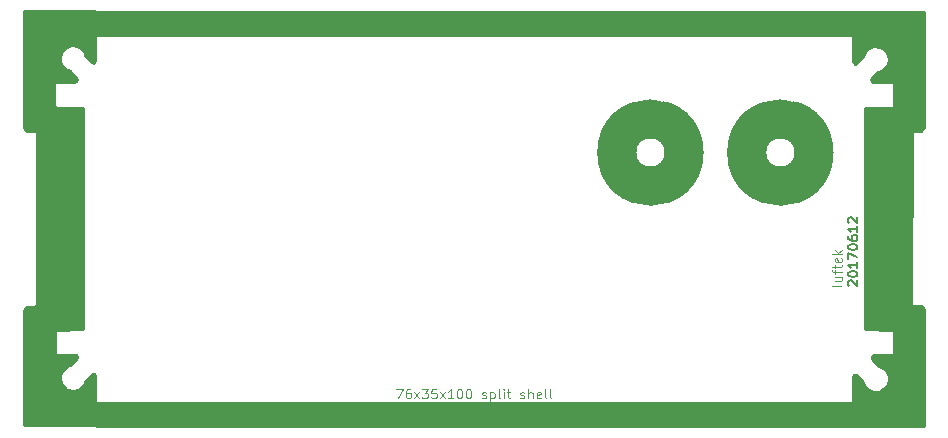
<source format=gts>
G04 #@! TF.GenerationSoftware,KiCad,Pcbnew,(2017-06-07 revision 51bed4bae)-makepkg*
G04 #@! TF.CreationDate,2017-06-10T23:55:19+02:00*
G04 #@! TF.ProjectId,Rear_Panel_76x35,526561725F50616E656C5F3736783335,rev?*
G04 #@! TF.FileFunction,Soldermask,Top*
G04 #@! TF.FilePolarity,Negative*
%FSLAX46Y46*%
G04 Gerber Fmt 4.6, Leading zero omitted, Abs format (unit mm)*
G04 Created by KiCad (PCBNEW (2017-06-07 revision 51bed4bae)-makepkg) date 06/10/17 23:55:19*
%MOMM*%
%LPD*%
G01*
G04 APERTURE LIST*
%ADD10C,0.150000*%
%ADD11C,0.100000*%
%ADD12C,0.700000*%
%ADD13C,1.350000*%
%ADD14C,3.000000*%
%ADD15C,0.254000*%
G04 APERTURE END LIST*
D10*
D11*
X69031904Y-23100476D02*
X68993809Y-23176666D01*
X68917619Y-23214761D01*
X68231904Y-23214761D01*
X68498571Y-22452857D02*
X69031904Y-22452857D01*
X68498571Y-22795714D02*
X68917619Y-22795714D01*
X68993809Y-22757619D01*
X69031904Y-22681428D01*
X69031904Y-22567142D01*
X68993809Y-22490952D01*
X68955714Y-22452857D01*
X68498571Y-22186190D02*
X68498571Y-21881428D01*
X69031904Y-22071904D02*
X68346190Y-22071904D01*
X68270000Y-22033809D01*
X68231904Y-21957619D01*
X68231904Y-21881428D01*
X68498571Y-21729047D02*
X68498571Y-21424285D01*
X68231904Y-21614761D02*
X68917619Y-21614761D01*
X68993809Y-21576666D01*
X69031904Y-21500476D01*
X69031904Y-21424285D01*
X68993809Y-20852857D02*
X69031904Y-20929047D01*
X69031904Y-21081428D01*
X68993809Y-21157619D01*
X68917619Y-21195714D01*
X68612857Y-21195714D01*
X68536666Y-21157619D01*
X68498571Y-21081428D01*
X68498571Y-20929047D01*
X68536666Y-20852857D01*
X68612857Y-20814761D01*
X68689047Y-20814761D01*
X68765238Y-21195714D01*
X69031904Y-20471904D02*
X68231904Y-20471904D01*
X68727142Y-20395714D02*
X69031904Y-20167142D01*
X68498571Y-20167142D02*
X68803333Y-20471904D01*
D10*
X69653394Y-23183490D02*
X69615299Y-23145394D01*
X69577203Y-23069204D01*
X69577203Y-22878728D01*
X69615299Y-22802537D01*
X69653394Y-22764442D01*
X69729584Y-22726347D01*
X69805775Y-22726347D01*
X69920060Y-22764442D01*
X70377203Y-23221585D01*
X70377203Y-22726347D01*
X69577203Y-22231109D02*
X69577203Y-22154918D01*
X69615299Y-22078728D01*
X69653394Y-22040632D01*
X69729584Y-22002537D01*
X69881965Y-21964442D01*
X70072441Y-21964442D01*
X70224822Y-22002537D01*
X70301013Y-22040632D01*
X70339108Y-22078728D01*
X70377203Y-22154918D01*
X70377203Y-22231109D01*
X70339108Y-22307299D01*
X70301013Y-22345394D01*
X70224822Y-22383490D01*
X70072441Y-22421585D01*
X69881965Y-22421585D01*
X69729584Y-22383490D01*
X69653394Y-22345394D01*
X69615299Y-22307299D01*
X69577203Y-22231109D01*
X70377203Y-21202537D02*
X70377203Y-21659680D01*
X70377203Y-21431109D02*
X69577203Y-21431109D01*
X69691489Y-21507299D01*
X69767679Y-21583490D01*
X69805775Y-21659680D01*
X69577203Y-20935871D02*
X69577203Y-20402537D01*
X70377203Y-20745394D01*
X69577203Y-19945394D02*
X69577203Y-19869204D01*
X69615299Y-19793013D01*
X69653394Y-19754918D01*
X69729584Y-19716823D01*
X69881965Y-19678728D01*
X70072441Y-19678728D01*
X70224822Y-19716823D01*
X70301013Y-19754918D01*
X70339108Y-19793013D01*
X70377203Y-19869204D01*
X70377203Y-19945394D01*
X70339108Y-20021585D01*
X70301013Y-20059680D01*
X70224822Y-20097775D01*
X70072441Y-20135871D01*
X69881965Y-20135871D01*
X69729584Y-20097775D01*
X69653394Y-20059680D01*
X69615299Y-20021585D01*
X69577203Y-19945394D01*
X69577203Y-18993013D02*
X69577203Y-19145394D01*
X69615299Y-19221585D01*
X69653394Y-19259680D01*
X69767679Y-19335871D01*
X69920060Y-19373966D01*
X70224822Y-19373966D01*
X70301013Y-19335871D01*
X70339108Y-19297775D01*
X70377203Y-19221585D01*
X70377203Y-19069204D01*
X70339108Y-18993013D01*
X70301013Y-18954918D01*
X70224822Y-18916823D01*
X70034346Y-18916823D01*
X69958156Y-18954918D01*
X69920060Y-18993013D01*
X69881965Y-19069204D01*
X69881965Y-19221585D01*
X69920060Y-19297775D01*
X69958156Y-19335871D01*
X70034346Y-19373966D01*
X70377203Y-18154918D02*
X70377203Y-18612061D01*
X70377203Y-18383490D02*
X69577203Y-18383490D01*
X69691489Y-18459680D01*
X69767679Y-18535871D01*
X69805775Y-18612061D01*
X69653394Y-17850156D02*
X69615299Y-17812061D01*
X69577203Y-17735871D01*
X69577203Y-17545394D01*
X69615299Y-17469204D01*
X69653394Y-17431109D01*
X69729584Y-17393013D01*
X69805775Y-17393013D01*
X69920060Y-17431109D01*
X70377203Y-17888251D01*
X70377203Y-17393013D01*
D11*
X31328571Y-31931904D02*
X31861904Y-31931904D01*
X31519047Y-32731904D01*
X32509523Y-31931904D02*
X32357142Y-31931904D01*
X32280952Y-31970000D01*
X32242857Y-32008095D01*
X32166666Y-32122380D01*
X32128571Y-32274761D01*
X32128571Y-32579523D01*
X32166666Y-32655714D01*
X32204761Y-32693809D01*
X32280952Y-32731904D01*
X32433333Y-32731904D01*
X32509523Y-32693809D01*
X32547619Y-32655714D01*
X32585714Y-32579523D01*
X32585714Y-32389047D01*
X32547619Y-32312857D01*
X32509523Y-32274761D01*
X32433333Y-32236666D01*
X32280952Y-32236666D01*
X32204761Y-32274761D01*
X32166666Y-32312857D01*
X32128571Y-32389047D01*
X32852380Y-32731904D02*
X33271428Y-32198571D01*
X32852380Y-32198571D02*
X33271428Y-32731904D01*
X33500000Y-31931904D02*
X33995238Y-31931904D01*
X33728571Y-32236666D01*
X33842857Y-32236666D01*
X33919047Y-32274761D01*
X33957142Y-32312857D01*
X33995238Y-32389047D01*
X33995238Y-32579523D01*
X33957142Y-32655714D01*
X33919047Y-32693809D01*
X33842857Y-32731904D01*
X33614285Y-32731904D01*
X33538095Y-32693809D01*
X33500000Y-32655714D01*
X34719047Y-31931904D02*
X34338095Y-31931904D01*
X34300000Y-32312857D01*
X34338095Y-32274761D01*
X34414285Y-32236666D01*
X34604761Y-32236666D01*
X34680952Y-32274761D01*
X34719047Y-32312857D01*
X34757142Y-32389047D01*
X34757142Y-32579523D01*
X34719047Y-32655714D01*
X34680952Y-32693809D01*
X34604761Y-32731904D01*
X34414285Y-32731904D01*
X34338095Y-32693809D01*
X34300000Y-32655714D01*
X35023809Y-32731904D02*
X35442857Y-32198571D01*
X35023809Y-32198571D02*
X35442857Y-32731904D01*
X36166666Y-32731904D02*
X35709523Y-32731904D01*
X35938095Y-32731904D02*
X35938095Y-31931904D01*
X35861904Y-32046190D01*
X35785714Y-32122380D01*
X35709523Y-32160476D01*
X36661904Y-31931904D02*
X36738095Y-31931904D01*
X36814285Y-31970000D01*
X36852380Y-32008095D01*
X36890476Y-32084285D01*
X36928571Y-32236666D01*
X36928571Y-32427142D01*
X36890476Y-32579523D01*
X36852380Y-32655714D01*
X36814285Y-32693809D01*
X36738095Y-32731904D01*
X36661904Y-32731904D01*
X36585714Y-32693809D01*
X36547619Y-32655714D01*
X36509523Y-32579523D01*
X36471428Y-32427142D01*
X36471428Y-32236666D01*
X36509523Y-32084285D01*
X36547619Y-32008095D01*
X36585714Y-31970000D01*
X36661904Y-31931904D01*
X37423809Y-31931904D02*
X37500000Y-31931904D01*
X37576190Y-31970000D01*
X37614285Y-32008095D01*
X37652380Y-32084285D01*
X37690476Y-32236666D01*
X37690476Y-32427142D01*
X37652380Y-32579523D01*
X37614285Y-32655714D01*
X37576190Y-32693809D01*
X37500000Y-32731904D01*
X37423809Y-32731904D01*
X37347619Y-32693809D01*
X37309523Y-32655714D01*
X37271428Y-32579523D01*
X37233333Y-32427142D01*
X37233333Y-32236666D01*
X37271428Y-32084285D01*
X37309523Y-32008095D01*
X37347619Y-31970000D01*
X37423809Y-31931904D01*
X38604761Y-32693809D02*
X38680952Y-32731904D01*
X38833333Y-32731904D01*
X38909523Y-32693809D01*
X38947619Y-32617619D01*
X38947619Y-32579523D01*
X38909523Y-32503333D01*
X38833333Y-32465238D01*
X38719047Y-32465238D01*
X38642857Y-32427142D01*
X38604761Y-32350952D01*
X38604761Y-32312857D01*
X38642857Y-32236666D01*
X38719047Y-32198571D01*
X38833333Y-32198571D01*
X38909523Y-32236666D01*
X39290476Y-32198571D02*
X39290476Y-32998571D01*
X39290476Y-32236666D02*
X39366666Y-32198571D01*
X39519047Y-32198571D01*
X39595238Y-32236666D01*
X39633333Y-32274761D01*
X39671428Y-32350952D01*
X39671428Y-32579523D01*
X39633333Y-32655714D01*
X39595238Y-32693809D01*
X39519047Y-32731904D01*
X39366666Y-32731904D01*
X39290476Y-32693809D01*
X40128571Y-32731904D02*
X40052380Y-32693809D01*
X40014285Y-32617619D01*
X40014285Y-31931904D01*
X40433333Y-32731904D02*
X40433333Y-32198571D01*
X40433333Y-31931904D02*
X40395238Y-31970000D01*
X40433333Y-32008095D01*
X40471428Y-31970000D01*
X40433333Y-31931904D01*
X40433333Y-32008095D01*
X40700000Y-32198571D02*
X41004761Y-32198571D01*
X40814285Y-31931904D02*
X40814285Y-32617619D01*
X40852380Y-32693809D01*
X40928571Y-32731904D01*
X41004761Y-32731904D01*
X41842857Y-32693809D02*
X41919047Y-32731904D01*
X42071428Y-32731904D01*
X42147619Y-32693809D01*
X42185714Y-32617619D01*
X42185714Y-32579523D01*
X42147619Y-32503333D01*
X42071428Y-32465238D01*
X41957142Y-32465238D01*
X41880952Y-32427142D01*
X41842857Y-32350952D01*
X41842857Y-32312857D01*
X41880952Y-32236666D01*
X41957142Y-32198571D01*
X42071428Y-32198571D01*
X42147619Y-32236666D01*
X42528571Y-32731904D02*
X42528571Y-31931904D01*
X42871428Y-32731904D02*
X42871428Y-32312857D01*
X42833333Y-32236666D01*
X42757142Y-32198571D01*
X42642857Y-32198571D01*
X42566666Y-32236666D01*
X42528571Y-32274761D01*
X43557142Y-32693809D02*
X43480952Y-32731904D01*
X43328571Y-32731904D01*
X43252380Y-32693809D01*
X43214285Y-32617619D01*
X43214285Y-32312857D01*
X43252380Y-32236666D01*
X43328571Y-32198571D01*
X43480952Y-32198571D01*
X43557142Y-32236666D01*
X43595238Y-32312857D01*
X43595238Y-32389047D01*
X43214285Y-32465238D01*
X44052380Y-32731904D02*
X43976190Y-32693809D01*
X43938095Y-32617619D01*
X43938095Y-31931904D01*
X44471428Y-32731904D02*
X44395238Y-32693809D01*
X44357142Y-32617619D01*
X44357142Y-31931904D01*
D12*
X55770000Y-9940000D02*
X55770000Y-13910000D01*
D13*
X56680000Y-11920000D02*
G75*
G03X56680000Y-11920000I-3830000J0D01*
G01*
D14*
X55510000Y-11920000D02*
G75*
G03X55510000Y-11920000I-2660000J0D01*
G01*
X66510000Y-11920000D02*
G75*
G03X66510000Y-11920000I-2660000J0D01*
G01*
D13*
X67680000Y-11920000D02*
G75*
G03X67680000Y-11920000I-3830000J0D01*
G01*
D12*
X66770000Y-9940000D02*
X66770000Y-13910000D01*
D15*
G36*
X70810034Y-40261D02*
X70554275Y-1936405D01*
X4774027Y-1956332D01*
X4800593Y9534D01*
X70810034Y-40261D01*
X70810034Y-40261D01*
G37*
X70810034Y-40261D02*
X70554275Y-1936405D01*
X4774027Y-1956332D01*
X4800593Y9534D01*
X70810034Y-40261D01*
G36*
X70107723Y-35066331D02*
X5911716Y-35046410D01*
X5902886Y-33130331D01*
X70098872Y-33110410D01*
X70107723Y-35066331D01*
X70107723Y-35066331D01*
G37*
X70107723Y-35066331D02*
X5911716Y-35046410D01*
X5902886Y-33130331D01*
X70098872Y-33110410D01*
X70107723Y-35066331D01*
G36*
X76028342Y-9760981D02*
X75791799Y-10076371D01*
X75095299Y-10076371D01*
X75046698Y-10086038D01*
X75005496Y-10113568D01*
X74977966Y-10154770D01*
X74968299Y-10203110D01*
X74938299Y-24803110D01*
X74947867Y-24851731D01*
X74975312Y-24892989D01*
X75016457Y-24920604D01*
X75065299Y-24930371D01*
X75802693Y-24930371D01*
X76028299Y-25155977D01*
X76028299Y-35076371D01*
X70021723Y-35076371D01*
X70012299Y-33003014D01*
X70012299Y-30845704D01*
X70087649Y-30745237D01*
X70142853Y-30719759D01*
X70248739Y-30755054D01*
X70841852Y-31311098D01*
X70922527Y-31615869D01*
X70958345Y-31675935D01*
X71288345Y-31985935D01*
X71327095Y-32010867D01*
X71717095Y-32170867D01*
X71765299Y-32180371D01*
X72145299Y-32180371D01*
X72208667Y-32163432D01*
X72538667Y-31973432D01*
X72559446Y-31958494D01*
X72819446Y-31728494D01*
X72852614Y-31682014D01*
X73022614Y-31272014D01*
X73032244Y-31219637D01*
X73022244Y-30879637D01*
X73013461Y-30836822D01*
X72883461Y-30506822D01*
X72858364Y-30466954D01*
X72598364Y-30186954D01*
X72556046Y-30156951D01*
X72187598Y-29996345D01*
X71619838Y-29437893D01*
X71579901Y-29278146D01*
X71630552Y-29176845D01*
X71777293Y-29099981D01*
X73346886Y-29080361D01*
X73395363Y-29070087D01*
X73436217Y-29042044D01*
X73463230Y-29000501D01*
X73472299Y-28953371D01*
X73472299Y-27053371D01*
X73462632Y-27004770D01*
X73435102Y-26963568D01*
X73393900Y-26936038D01*
X73346848Y-26926380D01*
X71012365Y-26897911D01*
X71022233Y-8168291D01*
X73317398Y-8130354D01*
X73365832Y-8119884D01*
X73406573Y-8091677D01*
X73433419Y-8050026D01*
X73442297Y-8004032D01*
X73452297Y-6084032D01*
X73442883Y-6035382D01*
X73415568Y-5994037D01*
X73374510Y-5966293D01*
X73326046Y-5956373D01*
X71675486Y-5946664D01*
X71585938Y-5863512D01*
X71540377Y-5783780D01*
X71560776Y-5697085D01*
X72126157Y-5122436D01*
X72419892Y-5012285D01*
X72462708Y-4985505D01*
X72852708Y-4615505D01*
X72886042Y-4562744D01*
X73036042Y-4102744D01*
X73038087Y-4030936D01*
X72898087Y-3500936D01*
X72866291Y-3444774D01*
X72496291Y-3064774D01*
X72455460Y-3036697D01*
X72427245Y-3028281D01*
X71857245Y-2928281D01*
X71804497Y-2930163D01*
X71444497Y-3020163D01*
X71393996Y-3045807D01*
X71033996Y-3345807D01*
X70998336Y-3393887D01*
X70789864Y-3886639D01*
X70238360Y-4363363D01*
X70189062Y-4383082D01*
X70111387Y-4372725D01*
X70054539Y-4321046D01*
X70002197Y-4171495D01*
X69992312Y-2095670D01*
X70077116Y-32111D01*
X71363498Y-50358D01*
X71366093Y-50369D01*
X76038170Y-21169D01*
X76028342Y-9760981D01*
X76028342Y-9760981D01*
G37*
X76028342Y-9760981D02*
X75791799Y-10076371D01*
X75095299Y-10076371D01*
X75046698Y-10086038D01*
X75005496Y-10113568D01*
X74977966Y-10154770D01*
X74968299Y-10203110D01*
X74938299Y-24803110D01*
X74947867Y-24851731D01*
X74975312Y-24892989D01*
X75016457Y-24920604D01*
X75065299Y-24930371D01*
X75802693Y-24930371D01*
X76028299Y-25155977D01*
X76028299Y-35076371D01*
X70021723Y-35076371D01*
X70012299Y-33003014D01*
X70012299Y-30845704D01*
X70087649Y-30745237D01*
X70142853Y-30719759D01*
X70248739Y-30755054D01*
X70841852Y-31311098D01*
X70922527Y-31615869D01*
X70958345Y-31675935D01*
X71288345Y-31985935D01*
X71327095Y-32010867D01*
X71717095Y-32170867D01*
X71765299Y-32180371D01*
X72145299Y-32180371D01*
X72208667Y-32163432D01*
X72538667Y-31973432D01*
X72559446Y-31958494D01*
X72819446Y-31728494D01*
X72852614Y-31682014D01*
X73022614Y-31272014D01*
X73032244Y-31219637D01*
X73022244Y-30879637D01*
X73013461Y-30836822D01*
X72883461Y-30506822D01*
X72858364Y-30466954D01*
X72598364Y-30186954D01*
X72556046Y-30156951D01*
X72187598Y-29996345D01*
X71619838Y-29437893D01*
X71579901Y-29278146D01*
X71630552Y-29176845D01*
X71777293Y-29099981D01*
X73346886Y-29080361D01*
X73395363Y-29070087D01*
X73436217Y-29042044D01*
X73463230Y-29000501D01*
X73472299Y-28953371D01*
X73472299Y-27053371D01*
X73462632Y-27004770D01*
X73435102Y-26963568D01*
X73393900Y-26936038D01*
X73346848Y-26926380D01*
X71012365Y-26897911D01*
X71022233Y-8168291D01*
X73317398Y-8130354D01*
X73365832Y-8119884D01*
X73406573Y-8091677D01*
X73433419Y-8050026D01*
X73442297Y-8004032D01*
X73452297Y-6084032D01*
X73442883Y-6035382D01*
X73415568Y-5994037D01*
X73374510Y-5966293D01*
X73326046Y-5956373D01*
X71675486Y-5946664D01*
X71585938Y-5863512D01*
X71540377Y-5783780D01*
X71560776Y-5697085D01*
X72126157Y-5122436D01*
X72419892Y-5012285D01*
X72462708Y-4985505D01*
X72852708Y-4615505D01*
X72886042Y-4562744D01*
X73036042Y-4102744D01*
X73038087Y-4030936D01*
X72898087Y-3500936D01*
X72866291Y-3444774D01*
X72496291Y-3064774D01*
X72455460Y-3036697D01*
X72427245Y-3028281D01*
X71857245Y-2928281D01*
X71804497Y-2930163D01*
X71444497Y-3020163D01*
X71393996Y-3045807D01*
X71033996Y-3345807D01*
X70998336Y-3393887D01*
X70789864Y-3886639D01*
X70238360Y-4363363D01*
X70189062Y-4383082D01*
X70111387Y-4372725D01*
X70054539Y-4321046D01*
X70002197Y-4171495D01*
X69992312Y-2095670D01*
X70077116Y-32111D01*
X71363498Y-50358D01*
X71366093Y-50369D01*
X76038170Y-21169D01*
X76028342Y-9760981D01*
G36*
X5848299Y-2033728D02*
X5848299Y-4191037D01*
X5772948Y-4291506D01*
X5717745Y-4316985D01*
X5611859Y-4281688D01*
X5018746Y-3725642D01*
X4938070Y-3420872D01*
X4902253Y-3360807D01*
X4572253Y-3050807D01*
X4533503Y-3025875D01*
X4143503Y-2865875D01*
X4095299Y-2856371D01*
X3715299Y-2856371D01*
X3651931Y-2873310D01*
X3321931Y-3063310D01*
X3301152Y-3078248D01*
X3041153Y-3308247D01*
X3007985Y-3354727D01*
X2837984Y-3764728D01*
X2828354Y-3817105D01*
X2838354Y-4157105D01*
X2847137Y-4199919D01*
X2977136Y-4529920D01*
X3002234Y-4569790D01*
X3262235Y-4849789D01*
X3304552Y-4879792D01*
X3673003Y-5040398D01*
X4240761Y-5598851D01*
X4280696Y-5758595D01*
X4230045Y-5859897D01*
X4083306Y-5936761D01*
X2513712Y-5956381D01*
X2465235Y-5966655D01*
X2424381Y-5994698D01*
X2397368Y-6036241D01*
X2388299Y-6083371D01*
X2388300Y-7983371D01*
X2397967Y-8031972D01*
X2425497Y-8073174D01*
X2466699Y-8100704D01*
X2513751Y-8110362D01*
X4848234Y-8138833D01*
X4838365Y-26868451D01*
X2543201Y-26906388D01*
X2494767Y-26916858D01*
X2454026Y-26945065D01*
X2427180Y-26986716D01*
X2418302Y-27032709D01*
X2408301Y-28952709D01*
X2417715Y-29001360D01*
X2445030Y-29042705D01*
X2486088Y-29070449D01*
X2534552Y-29080369D01*
X4185112Y-29090077D01*
X4274660Y-29173230D01*
X4320221Y-29252962D01*
X4299822Y-29339657D01*
X3734441Y-29914307D01*
X3440707Y-30024457D01*
X3397890Y-30051237D01*
X3007890Y-30421237D01*
X2974556Y-30473998D01*
X2824556Y-30933998D01*
X2822511Y-31005806D01*
X2962511Y-31535806D01*
X2994307Y-31591968D01*
X3364307Y-31971968D01*
X3405138Y-32000045D01*
X3433353Y-32008461D01*
X4003353Y-32108461D01*
X4056101Y-32106579D01*
X4416101Y-32016579D01*
X4466602Y-31990935D01*
X4826602Y-31690935D01*
X4862262Y-31642855D01*
X5070735Y-31150101D01*
X5622239Y-30673378D01*
X5671535Y-30653660D01*
X5749211Y-30664017D01*
X5806059Y-30715696D01*
X5858401Y-30865247D01*
X5868286Y-32941072D01*
X5783385Y-35006989D01*
X3935048Y-35016371D01*
X-177573Y-35016371D01*
X-167744Y-25275761D01*
X68799Y-24960371D01*
X765299Y-24960372D01*
X813900Y-24950705D01*
X855101Y-24923175D01*
X882632Y-24881973D01*
X892299Y-24833633D01*
X922299Y-10233632D01*
X912731Y-10185011D01*
X885286Y-10143753D01*
X844141Y-10116138D01*
X795299Y-10106371D01*
X57905Y-10106371D01*
X-167701Y-9880765D01*
X-167703Y39628D01*
X5838873Y39628D01*
X5848299Y-2033728D01*
X5848299Y-2033728D01*
G37*
X5848299Y-2033728D02*
X5848299Y-4191037D01*
X5772948Y-4291506D01*
X5717745Y-4316985D01*
X5611859Y-4281688D01*
X5018746Y-3725642D01*
X4938070Y-3420872D01*
X4902253Y-3360807D01*
X4572253Y-3050807D01*
X4533503Y-3025875D01*
X4143503Y-2865875D01*
X4095299Y-2856371D01*
X3715299Y-2856371D01*
X3651931Y-2873310D01*
X3321931Y-3063310D01*
X3301152Y-3078248D01*
X3041153Y-3308247D01*
X3007985Y-3354727D01*
X2837984Y-3764728D01*
X2828354Y-3817105D01*
X2838354Y-4157105D01*
X2847137Y-4199919D01*
X2977136Y-4529920D01*
X3002234Y-4569790D01*
X3262235Y-4849789D01*
X3304552Y-4879792D01*
X3673003Y-5040398D01*
X4240761Y-5598851D01*
X4280696Y-5758595D01*
X4230045Y-5859897D01*
X4083306Y-5936761D01*
X2513712Y-5956381D01*
X2465235Y-5966655D01*
X2424381Y-5994698D01*
X2397368Y-6036241D01*
X2388299Y-6083371D01*
X2388300Y-7983371D01*
X2397967Y-8031972D01*
X2425497Y-8073174D01*
X2466699Y-8100704D01*
X2513751Y-8110362D01*
X4848234Y-8138833D01*
X4838365Y-26868451D01*
X2543201Y-26906388D01*
X2494767Y-26916858D01*
X2454026Y-26945065D01*
X2427180Y-26986716D01*
X2418302Y-27032709D01*
X2408301Y-28952709D01*
X2417715Y-29001360D01*
X2445030Y-29042705D01*
X2486088Y-29070449D01*
X2534552Y-29080369D01*
X4185112Y-29090077D01*
X4274660Y-29173230D01*
X4320221Y-29252962D01*
X4299822Y-29339657D01*
X3734441Y-29914307D01*
X3440707Y-30024457D01*
X3397890Y-30051237D01*
X3007890Y-30421237D01*
X2974556Y-30473998D01*
X2824556Y-30933998D01*
X2822511Y-31005806D01*
X2962511Y-31535806D01*
X2994307Y-31591968D01*
X3364307Y-31971968D01*
X3405138Y-32000045D01*
X3433353Y-32008461D01*
X4003353Y-32108461D01*
X4056101Y-32106579D01*
X4416101Y-32016579D01*
X4466602Y-31990935D01*
X4826602Y-31690935D01*
X4862262Y-31642855D01*
X5070735Y-31150101D01*
X5622239Y-30673378D01*
X5671535Y-30653660D01*
X5749211Y-30664017D01*
X5806059Y-30715696D01*
X5858401Y-30865247D01*
X5868286Y-32941072D01*
X5783385Y-35006989D01*
X3935048Y-35016371D01*
X-177573Y-35016371D01*
X-167744Y-25275761D01*
X68799Y-24960371D01*
X765299Y-24960372D01*
X813900Y-24950705D01*
X855101Y-24923175D01*
X882632Y-24881973D01*
X892299Y-24833633D01*
X922299Y-10233632D01*
X912731Y-10185011D01*
X885286Y-10143753D01*
X844141Y-10116138D01*
X795299Y-10106371D01*
X57905Y-10106371D01*
X-167701Y-9880765D01*
X-167703Y39628D01*
X5838873Y39628D01*
X5848299Y-2033728D01*
M02*

</source>
